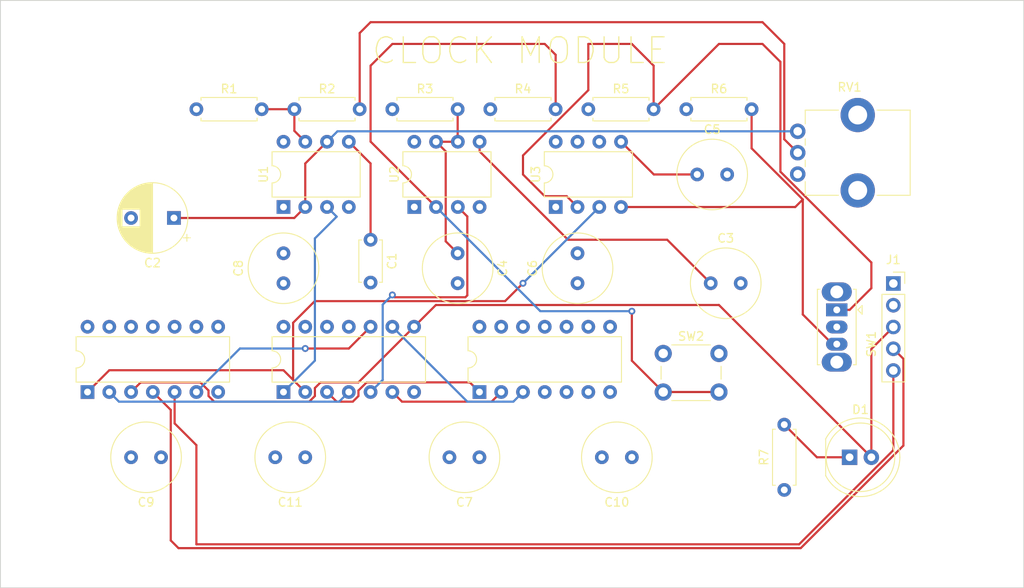
<source format=kicad_pcb>
(kicad_pcb (version 20221018) (generator pcbnew)
  (layers (0 "F.Cu" signal) (1 "In1.Cu" power "In1.Gnd") (2 "In2.Cu" power "In2.VCC") (31 "B.Cu" signal) (34 "B.Paste" user) (35 "F.Paste" user) (36 "B.SilkS" user "B.Silkscreen") (37 "F.SilkS" user "F.Silkscreen") (38 "B.Mask" user) (39 "F.Mask" user) (44 "Edge.Cuts" user))
  (net 0 "")
  (net 1 "GND")
  (net 2 "+5V")
  (net 3 "Net-(U1-CV)")
  (net 4 "Net-(U1-THR)")
  (net 5 "Net-(U2-CV)")
  (net 6 "Net-(U2-DIS)")
  (net 7 "Net-(U3-CV)")
  (net 8 "Net-(D1-K)")
  (net 9 "CLK")
  (net 10 "!CLK")
  (net 11 "HLT")
  (net 12 "Net-(U1-DIS)")
  (net 13 "Net-(R2-Pad2)")
  (net 14 "Net-(U2-TR)")
  (net 15 "Net-(SW1-A)")
  (net 16 "Net-(SW1-C)")
  (net 18 "Net-(U1-Q)")
  (net 19 "Net-(U2-Q)")
  (net 20 "Net-(U3-Q)")
  (net 22 "Net-(U4-Pad2)")
  (net 23 "Net-(U4-Pad6)")
  (net 30 "Net-(U5-Pad3)")
  (net 31 "Net-(U5-Pad6)")
  (net 32 "Net-(U5-Pad9)")
  (footprint "Button_Switch_THT:SW_PUSH_6mm_H7.3mm" (layer "F.Cu") (at 153.52 92.02)
    (fp_text reference "SW2" (at 3.25 -2) (layer "F.SilkS"))
    (fp_text value "SW_DIP_x01")
    (pad "1" thru_hole circle (at 0 0 90) (size 2 2) (drill 1.1) (layers "*.Cu" "*.Mask") (net 1 "GND"))
    (pad "1" thru_hole circle (at 6.5 0 90) (size 2 2) (drill 1.1) (layers "*.Cu" "*.Mask") (net 1 "GND"))
    (pad "2" thru_hole circle (at 0 4.5 90) (size 2 2) (drill 1.1) (layers "*.Cu" "*.Mask") (net 14 "Net-(U2-TR)"))
    (pad "2" thru_hole circle (at 6.5 4.5 90) (size 2 2) (drill 1.1) (layers "*.Cu" "*.Mask") (net 14 "Net-(U2-TR)"))
  )
  (footprint "LED_THT:LED_D8.0mm" (layer "F.Cu") (at 175.26 104.14)
    (fp_text reference "D1" (at 1.27 -5.56) (layer "F.SilkS"))
    (fp_text value "BLUE")
    (pad "1" thru_hole rect (at 0 0) (size 1.8 1.8) (drill 0.9) (layers "*.Cu" "*.Mask") (net 8 "Net-(D1-K)"))
    (pad "2" thru_hole circle (at 2.54 0) (size 1.8 1.8) (drill 0.9) (layers "*.Cu" "*.Mask") (net 9 "CLK"))
  )
  (footprint "Resistor_THT:R_Axial_DIN0207_L6.3mm_D2.5mm_P7.62mm_Horizontal" (layer "F.Cu") (at 99.06 63.5)
    (fp_text reference "R1" (at 3.81 -2.37) (layer "F.SilkS"))
    (fp_text value "1k")
    (pad "1" thru_hole circle (at 0 0) (size 1.6 1.6) (drill 0.8) (layers "*.Cu" "*.Mask") (net 2 "+5V"))
    (pad "2" thru_hole oval (at 7.62 0) (size 1.6 1.6) (drill 0.8) (layers "*.Cu" "*.Mask") (net 12 "Net-(U1-DIS)"))
  )
  (footprint "Package_DIP:DIP-8_W7.62mm" (layer "F.Cu") (at 109.22 74.92 90)
    (fp_text reference "U1" (at 3.81 -2.33 90) (layer "F.SilkS"))
    (fp_text value "ICM7555xP")
    (pad "1" thru_hole rect (at 0 0 90) (size 1.6 1.6) (drill 0.8) (layers "*.Cu" "*.Mask") (net 1 "GND"))
    (pad "2" thru_hole oval (at 0 2.54 90) (size 1.6 1.6) (drill 0.8) (layers "*.Cu" "*.Mask") (net 4 "Net-(U1-THR)"))
    (pad "3" thru_hole oval (at 0 5.08 90) (size 1.6 1.6) (drill 0.8) (layers "*.Cu" "*.Mask") (net 18 "Net-(U1-Q)"))
    (pad "4" thru_hole oval (at 0 7.62 90) (size 1.6 1.6) (drill 0.8) (layers "*.Cu" "*.Mask") (net 2 "+5V"))
    (pad "5" thru_hole oval (at 7.62 7.62 90) (size 1.6 1.6) (drill 0.8) (layers "*.Cu" "*.Mask") (net 3 "Net-(U1-CV)"))
    (pad "6" thru_hole oval (at 7.62 5.08 90) (size 1.6 1.6) (drill 0.8) (layers "*.Cu" "*.Mask") (net 4 "Net-(U1-THR)"))
    (pad "7" thru_hole oval (at 7.62 2.54 90) (size 1.6 1.6) (drill 0.8) (layers "*.Cu" "*.Mask") (net 12 "Net-(U1-DIS)"))
    (pad "8" thru_hole oval (at 7.62 0 90) (size 1.6 1.6) (drill 0.8) (layers "*.Cu" "*.Mask") (net 2 "+5V"))
  )
  (footprint "Capacitor_THT:C_Radial_D8.0mm_H7.0mm_P3.50mm" (layer "F.Cu") (at 132.08 104.14 180)
    (fp_text reference "C7" (at 1.75 -5.25) (layer "F.SilkS"))
    (fp_text value "100n")
    (pad "1" thru_hole circle (at 0 0 180) (size 1.6 1.6) (drill 0.8) (layers "*.Cu" "*.Mask") (net 2 "+5V"))
    (pad "2" thru_hole circle (at 3.5 0 180) (size 1.6 1.6) (drill 0.8) (layers "*.Cu" "*.Mask") (net 1 "GND"))
  )
  (footprint "Capacitor_THT:C_Radial_D8.0mm_H7.0mm_P3.50mm" (layer "F.Cu") (at 157.48 71.12)
    (fp_text reference "C5" (at 1.75 -5.25) (layer "F.SilkS"))
    (fp_text value "100n")
    (pad "1" thru_hole circle (at 0 0) (size 1.6 1.6) (drill 0.8) (layers "*.Cu" "*.Mask") (net 7 "Net-(U3-CV)"))
    (pad "2" thru_hole circle (at 3.5 0) (size 1.6 1.6) (drill 0.8) (layers "*.Cu" "*.Mask") (net 1 "GND"))
  )
  (footprint "Capacitor_THT:CP_Radial_D8.0mm_P5.00mm" (layer "F.Cu") (at 96.44 76.2 180)
    (fp_text reference "C2" (at 2.5 -5.25) (layer "F.SilkS"))
    (fp_text value "1u")
    (pad "1" thru_hole rect (at 0 0 180) (size 1.6 1.6) (drill 0.8) (layers "*.Cu" "*.Mask") (net 4 "Net-(U1-THR)"))
    (pad "2" thru_hole circle (at 5 0 180) (size 1.6 1.6) (drill 0.8) (layers "*.Cu" "*.Mask") (net 1 "GND"))
  )
  (footprint "Capacitor_THT:C_Radial_D8.0mm_H7.0mm_P3.50mm" (layer "F.Cu") (at 129.54 80.32 -90)
    (fp_text reference "C4" (at 1.75 -5.25 90) (layer "F.SilkS"))
    (fp_text value "100n")
    (pad "1" thru_hole circle (at 0 0 270) (size 1.6 1.6) (drill 0.8) (layers "*.Cu" "*.Mask") (net 6 "Net-(U2-DIS)"))
    (pad "2" thru_hole circle (at 3.5 0 270) (size 1.6 1.6) (drill 0.8) (layers "*.Cu" "*.Mask") (net 1 "GND"))
  )
  (footprint "Capacitor_THT:C_Radial_D8.0mm_H7.0mm_P3.50mm" (layer "F.Cu") (at 159.06 83.82)
    (fp_text reference "C3" (at 1.75 -5.25) (layer "F.SilkS"))
    (fp_text value "10n")
    (pad "1" thru_hole circle (at 0 0) (size 1.6 1.6) (drill 0.8) (layers "*.Cu" "*.Mask") (net 5 "Net-(U2-CV)"))
    (pad "2" thru_hole circle (at 3.5 0) (size 1.6 1.6) (drill 0.8) (layers "*.Cu" "*.Mask") (net 1 "GND"))
  )
  (footprint "Capacitor_THT:C_Radial_D8.0mm_H7.0mm_P3.50mm" (layer "F.Cu") (at 149.86 104.14 180)
    (fp_text reference "C10" (at 1.75 -5.25) (layer "F.SilkS"))
    (fp_text value "100n")
    (pad "1" thru_hole circle (at 0 0 180) (size 1.6 1.6) (drill 0.8) (layers "*.Cu" "*.Mask") (net 1 "GND"))
    (pad "2" thru_hole circle (at 3.5 0 180) (size 1.6 1.6) (drill 0.8) (layers "*.Cu" "*.Mask") (net 2 "+5V"))
  )
  (footprint "MountingHole:MountingHole_2mm" (layer "F.Cu") (at 81.28 114.3)
    (fp_text reference "REF**" hide)
    (fp_text value "MountingHole_2mm" hide)
    (pad "" np_thru_hole circle (at 0 0) (size 2 2) (drill 2) (layers "*.Cu" "*.Mask"))
  )
  (footprint "Potentiometer_THT:Potentiometer_Bourns_PTV09A-1_Single_Vertical" (layer "F.Cu") (at 169.21 71.08)
    (fp_text reference "RV1" (at 6.05 -10.15) (layer "F.SilkS"))
    (fp_text value "R_Potentiometer")
    (pad "" np_thru_hole circle (at 7 -6.9) (size 4 4) (drill 2.2) (layers "F&B.Cu" "*.Mask"))
    (pad "" np_thru_hole circle (at 7 1.9) (size 4 4) (drill 2.2) (layers "F&B.Cu" "*.Mask"))
    (pad "1" thru_hole circle (at 0 0) (size 1.8 1.8) (drill 1) (layers "*.Cu" "*.Mask"))
    (pad "2" thru_hole circle (at 0 -2.5) (size 1.8 1.8) (drill 1) (layers "*.Cu" "*.Mask") (net 13 "Net-(R2-Pad2)"))
    (pad "3" thru_hole circle (at 0 -5) (size 1.8 1.8) (drill 1) (layers "*.Cu" "*.Mask") (net 4 "Net-(U1-THR)"))
  )
  (footprint "Button_Switch_THT:SW_Slide_1P2T_CK_OS102011MS2Q" (layer "F.Cu") (at 173.765 86.93 -90)
    (fp_text reference "SW1" (at 3.99 -4.035 90) (layer "F.SilkS"))
    (fp_text value "SW_SPDT")
    (pad "" thru_hole oval (at -2.1 0 270) (size 2.2 3.5) (drill 1.5) (layers "*.Cu" "*.Mask"))
    (pad "" thru_hole oval (at 6.1 0 270) (size 2.2 3.5) (drill 1.5) (layers "*.Cu" "*.Mask"))
    (pad "1" thru_hole rect (at 0 0 270) (size 1.5 2.5) (drill 0.8) (layers "*.Cu" "*.Mask") (net 15 "Net-(SW1-A)"))
    (pad "2" thru_hole oval (at 2 0 270) (size 1.5 2.5) (drill 0.8) (layers "*.Cu" "*.Mask") (net 1 "GND"))
    (pad "3" thru_hole oval (at 4 0 270) (size 1.5 2.5) (drill 0.8) (layers "*.Cu" "*.Mask") (net 16 "Net-(SW1-C)"))
  )
  (footprint "MountingHole:MountingHole_2mm" (layer "F.Cu") (at 190.5 55.88)
    (fp_text reference "REF**" hide)
    (fp_text value "MountingHole_2mm" hide)
    (pad "" np_thru_hole circle (at 0 0) (size 2 2) (drill 2) (layers "*.Cu" "*.Mask"))
  )
  (footprint "Capacitor_THT:C_Radial_D8.0mm_H7.0mm_P3.50mm" (layer "F.Cu") (at 143.52 83.82 90)
    (fp_text reference "C6" (at 1.75 -5.25 90) (layer "F.SilkS"))
    (fp_text value "100n")
    (pad "1" thru_hole circle (at 0 0 90) (size 1.6 1.6) (drill 0.8) (layers "*.Cu" "*.Mask") (net 2 "+5V"))
    (pad "2" thru_hole circle (at 3.5 0 90) (size 1.6 1.6) (drill 0.8) (layers "*.Cu" "*.Mask") (net 1 "GND"))
  )
  (footprint "Resistor_THT:R_Axial_DIN0207_L6.3mm_D2.5mm_P7.62mm_Horizontal" (layer "F.Cu") (at 121.92 63.5)
    (fp_text reference "R3" (at 3.81 -2.37) (layer "F.SilkS"))
    (fp_text value "1M")
    (pad "1" thru_hole circle (at 0 0) (size 1.6 1.6) (drill 0.8) (layers "*.Cu" "*.Mask") (net 2 "+5V"))
    (pad "2" thru_hole oval (at 7.62 0) (size 1.6 1.6) (drill 0.8) (layers "*.Cu" "*.Mask") (net 6 "Net-(U2-DIS)"))
  )
  (footprint "Package_DIP:DIP-14_W7.62mm" (layer "F.Cu") (at 109.22 96.52 90)
    (fp_text reference "U5" hide)
    (fp_text value "74LS08")
    (pad "1" thru_hole rect (at 0 0 90) (size 1.6 1.6) (drill 0.8) (layers "*.Cu" "*.Mask") (net 18 "Net-(U1-Q)"))
    (pad "2" thru_hole oval (at 0 2.54 90) (size 1.6 1.6) (drill 0.8) (layers "*.Cu" "*.Mask") (net 20 "Net-(U3-Q)"))
    (pad "3" thru_hole oval (at 0 5.08 90) (size 1.6 1.6) (drill 0.8) (layers "*.Cu" "*.Mask") (net 30 "Net-(U5-Pad3)"))
    (pad "4" thru_hole oval (at 0 7.62 90) (size 1.6 1.6) (drill 0.8) (layers "*.Cu" "*.Mask") (net 22 "Net-(U4-Pad2)"))
    (pad "5" thru_hole oval (at 0 10.16 90) (size 1.6 1.6) (drill 0.8) (layers "*.Cu" "*.Mask") (net 19 "Net-(U2-Q)"))
    (pad "6" thru_hole oval (at 0 12.7 90) (size 1.6 1.6) (drill 0.8) (layers "*.Cu" "*.Mask") (net 31 "Net-(U5-Pad6)"))
    (pad "7" thru_hole oval (at 0 15.24 90) (size 1.6 1.6) (drill 0.8) (layers "*.Cu" "*.Mask") (net 1 "GND"))
    (pad "8" thru_hole oval (at 7.62 15.24 90) (size 1.6 1.6) (drill 0.8) (layers "*.Cu" "*.Mask") (net 9 "CLK"))
    (pad "9" thru_hole oval (at 7.62 12.7 90) (size 1.6 1.6) (drill 0.8) (layers "*.Cu" "*.Mask") (net 32 "Net-(U5-Pad9)"))
    (pad "10" thru_hole oval (at 7.62 10.16 90) (size 1.6 1.6) (drill 0.8) (layers "*.Cu" "*.Mask") (net 23 "Net-(U4-Pad6)"))
    (pad "11" thru_hole oval (at 7.62 7.62 90) (size 1.6 1.6) (drill 0.8) (layers "*.Cu" "*.Mask"))
    (pad "12" thru_hole oval (at 7.62 5.08 90) (size 1.6 1.6) (drill 0.8) (layers "*.Cu" "*.Mask"))
    (pad "13" thru_hole oval (at 7.62 2.54 90) (size 1.6 1.6) (drill 0.8) (layers "*.Cu" "*.Mask"))
    (pad "14" thru_hole oval (at 7.62 0 90) (size 1.6 1.6) (drill 0.8) (layers "*.Cu" "*.Mask") (net 2 "+5V"))
  )
  (footprint "Resistor_THT:R_Axial_DIN0207_L6.3mm_D2.5mm_P7.62mm_Horizontal" (layer "F.Cu") (at 156.21 63.5)
    (fp_text reference "R6" (at 3.81 -2.37) (layer "F.SilkS"))
    (fp_text value "1k")
    (pad "1" thru_hole circle (at 0 0) (size 1.6 1.6) (drill 0.8) (layers "*.Cu" "*.Mask") (net 2 "+5V"))
    (pad "2" thru_hole oval (at 7.62 0) (size 1.6 1.6) (drill 0.8) (layers "*.Cu" "*.Mask") (net 16 "Net-(SW1-C)"))
  )
  (footprint "MountingHole:MountingHole_2mm" (layer "F.Cu") (at 190.5 114.3)
    (fp_text reference "REF**" hide)
    (fp_text value "MountingHole_2mm" hide)
    (pad "" np_thru_hole circle (at 0 0) (size 2 2) (drill 2) (layers "*.Cu" "*.Mask"))
  )
  (footprint "Capacitor_THT:C_Radial_D8.0mm_H7.0mm_P3.50mm" (layer "F.Cu") (at 94.94 104.14 180)
    (fp_text reference "C9" (at 1.75 -5.25) (layer "F.SilkS"))
    (fp_text value "100n")
    (pad "1" thru_hole circle (at 0 0 180) (size 1.6 1.6) (drill 0.8) (layers "*.Cu" "*.Mask") (net 1 "GND"))
    (pad "2" thru_hole circle (at 3.5 0 180) (size 1.6 1.6) (drill 0.8) (layers "*.Cu" "*.Mask") (net 2 "+5V"))
  )
  (footprint "Resistor_THT:R_Axial_DIN0207_L6.3mm_D2.5mm_P7.62mm_Horizontal" (layer "F.Cu") (at 144.78 63.5)
    (fp_text reference "R5" (at 3.81 -2.37) (layer "F.SilkS"))
    (fp_text value "1k")
    (pad "1" thru_hole circle (at 0 0) (size 1.6 1.6) (drill 0.8) (layers "*.Cu" "*.Mask") (net 2 "+5V"))
    (pad "2" thru_hole oval (at 7.62 0) (size 1.6 1.6) (drill 0.8) (layers "*.Cu" "*.Mask") (net 15 "Net-(SW1-A)"))
  )
  (footprint "Resistor_THT:R_Axial_DIN0207_L6.3mm_D2.5mm_P7.62mm_Horizontal" (layer "F.Cu") (at 133.35 63.5)
    (fp_text reference "R4" (at 3.81 -2.37) (layer "F.SilkS"))
    (fp_text value "1k")
    (pad "1" thru_hole circle (at 0 0) (size 1.6 1.6) (drill 0.8) (layers "*.Cu" "*.Mask") (net 2 "+5V"))
    (pad "2" thru_hole oval (at 7.62 0) (size 1.6 1.6) (drill 0.8) (layers "*.Cu" "*.Mask") (net 14 "Net-(U2-TR)"))
  )
  (footprint "Package_DIP:DIP-8_W7.62mm" (layer "F.Cu") (at 140.98 74.92 90)
    (fp_text reference "U3" (at 3.81 -2.33 90) (layer "F.SilkS"))
    (fp_text value "ICM7555xP")
    (pad "1" thru_hole rect (at 0 0 90) (size 1.6 1.6) (drill 0.8) (layers "*.Cu" "*.Mask") (net 1 "GND"))
    (pad "2" thru_hole oval (at 0 2.54 90) (size 1.6 1.6) (drill 0.8) (layers "*.Cu" "*.Mask") (net 15 "Net-(SW1-A)"))
    (pad "3" thru_hole oval (at 0 5.08 90) (size 1.6 1.6) (drill 0.8) (layers "*.Cu" "*.Mask") (net 20 "Net-(U3-Q)"))
    (pad "4" thru_hole oval (at 0 7.62 90) (size 1.6 1.6) (drill 0.8) (layers "*.Cu" "*.Mask") (net 16 "Net-(SW1-C)"))
    (pad "5" thru_hole oval (at 7.62 7.62 90) (size 1.6 1.6) (drill 0.8) (layers "*.Cu" "*.Mask") (net 7 "Net-(U3-CV)"))
    (pad "6" thru_hole oval (at 7.62 5.08 90) (size 1.6 1.6) (drill 0.8) (layers "*.Cu" "*.Mask") (net 1 "GND"))
    (pad "7" thru_hole oval (at 7.62 2.54 90) (size 1.6 1.6) (drill 0.8) (layers "*.Cu" "*.Mask"))
    (pad "8" thru_hole oval (at 7.62 0 90) (size 1.6 1.6) (drill 0.8) (layers "*.Cu" "*.Mask") (net 2 "+5V"))
  )
  (footprint "Capacitor_THT:C_Disc_D4.7mm_W2.5mm_P5.00mm" (layer "F.Cu") (at 119.38 78.74 -90)
    (fp_text reference "C1" (at 2.5 -2.5 90) (layer "F.SilkS"))
    (fp_text value "10n")
    (pad "1" thru_hole circle (at 0 0 270) (size 1.6 1.6) (drill 0.8) (layers "*.Cu" "*.Mask") (net 3 "Net-(U1-CV)"))
    (pad "2" thru_hole circle (at 5 0 270) (size 1.6 1.6) (drill 0.8) (layers "*.Cu" "*.Mask") (net 1 "GND"))
  )
  (footprint "Capacitor_THT:C_Radial_D8.0mm_H7.0mm_P3.50mm" (layer "F.Cu") (at 109.22 83.82 90)
    (fp_text reference "C8" (at 1.75 -5.25 90) (layer "F.SilkS"))
    (fp_text value "100n")
    (pad "1" thru_hole circle (at 0 0 90) (size 1.6 1.6) (drill 0.8) (layers "*.Cu" "*.Mask") (net 2 "+5V"))
    (pad "2" thru_hole circle (at 3.5 0 90) (size 1.6 1.6) (drill 0.8) (layers "*.Cu" "*.Mask") (net 1 "GND"))
  )
  (footprint "Resistor_THT:R_Axial_DIN0207_L6.3mm_D2.5mm_P7.62mm_Horizontal" (layer "F.Cu") (at 167.64 107.95 90)
    (fp_text reference "R7" (at 3.81 -2.37 90) (layer "F.SilkS"))
    (fp_text value "220")
    (pad "1" thru_hole circle (at 0 0 90) (size 1.6 1.6) (drill 0.8) (layers "*.Cu" "*.Mask") (net 1 "GND"))
    (pad "2" thru_hole oval (at 7.62 0 90) (size 1.6 1.6) (drill 0.8) (layers "*.Cu" "*.Mask") (net 8 "Net-(D1-K)"))
  )
  (footprint "Connector_PinSocket_2.54mm:PinSocket_1x05_P2.54mm_Vertical" (layer "F.Cu") (at 180.365 83.85)
    (fp_text reference "J1" (at 0 -2.77) (layer "F.SilkS"))
    (fp_text value "Conn_01x05_Pin" hide)
    (pad "1" thru_hole rect (at 0 0) (size 1.7 1.7) (drill 1) (layers "*.Cu" "*.Mask") (net 2 "+5V"))
    (pad "2" thru_hole oval (at 0 2.54) (size 1.7 1.7) (drill 1) (layers "*.Cu" "*.Mask") (net 1 "GND"))
    (pad "3" thru_hole oval (at 0 5.08) (size 1.7 1.7) (drill 1) (layers "*.Cu" "*.Mask") (net 9 "CLK"))
    (pad "4" thru_hole oval (at 0 7.62) (size 1.7 1.7) (drill 1) (layers "*.Cu" "*.Mask") (net 10 "!CLK"))
    (pad "5" thru_hole oval (at 0 10.16) (size 1.7 1.7) (drill 1) (layers "*.Cu" "*.Mask") (net 11 "HLT"))
  )
  (footprint "Resistor_THT:R_Axial_DIN0207_L6.3mm_D2.5mm_P7.62mm_Horizontal" (layer "F.Cu") (at 110.49 63.5)
    (fp_text reference "R2" (at 3.81 -2.37) (layer "F.SilkS"))
    (fp_text value "1k")
    (pad "1" thru_hole circle (at 0 0) (size 1.6 1.6) (drill 0.8) (layers "*.Cu" "*.Mask") (net 12 "Net-(U1-DIS)"))
    (pad "2" thru_hole oval (at 7.62 0) (size 1.6 1.6) (drill 0.8) (layers "*.Cu" "*.Mask") (net 13 "Net-(R2-Pad2)"))
  )
  (footprint "Package_DIP:DIP-14_W7.62mm" (layer "F.Cu") (at 132.08 96.52 90)
    (fp_text reference "U6" hide)
    (fp_text value "74LS32")
    (pad "1" thru_hole rect (at 0 0 90) (size 1.6 1.6) (drill 0.8) (layers "*.Cu" "*.Mask") (net 30 "Net-(U5-Pad3)"))
    (pad "2" thru_hole oval (at 0 2.54 90) (size 1.6 1.6) (drill 0.8) (layers "*.Cu" "*.Mask") (net 31 "Net-(U5-Pad6)"))
    (pad "3" thru_hole oval (at 0 5.08 90) (size 1.6 1.6) (drill 0.8) (layers "*.Cu" "*.Mask") (net 32 "Net-(U5-Pad9)"))
    (pad "4" thru_hole oval (at 0 7.62 90) (size 1.6 1.6) (drill 0.8) (layers "*.Cu" "*.Mask"))
    (pad "5" thru_hole oval (at 0 10.16 90) (size 1.6 1.6) (drill 0.8) (layers "*.Cu" "*.Mask"))
    (pad "6" thru_hole oval (at 0 12.7 90) (size 1.6 1.6) (drill 0.8) (layers "*.Cu" "*.Mask"))
    (pad "7" thru_hole oval (at 0 15.24 90) (size 1.6 1.6) (drill 0.8) (layers "*.Cu" "*.Mask") (net 1 "GND"))
    (pad "8" thru_hole oval (at 7.62 15.24 90) (size 1.6 1.6) (drill 0.8) (layers "*.Cu" "*.Mask"))
    (pad "9" thru_hole oval (at 7.62 12.7 90) (size 1.6 1.6) (drill 0.8) (layers "*.Cu" "*.Mask"))
    (pad "10" thru_hole oval (at 7.62 10.16 90) (size 1.6 1.6) (drill 0.8) (layers "*.Cu" "*.Mask"))
    (pad "11" thru_hole oval (at 7.62 7.62 90) (size 1.6 1.6) (drill 0.8) (layers "*.Cu" "*.Mask"))
    (pad "12" thru_hole oval (at 7.62 5.08 90) (size 1.6 1.6) (drill 0.8) (layers "*.Cu" "*.Mask"))
    (pad "13" thru_hole oval (at 7.62 2.54 90) (size 1.6 1.6) (drill 0.8) (layers "*.Cu" "*.Mask"))
    (pad "14" thru_hole oval (at 7.62 0 90) (size 1.6 1.6) (drill 0.8) (layers "*.Cu" "*.Mask") (net 2 "+5V"))
  )
  (footprint "Capacitor_THT:C_Radial_D8.0mm_H7.0mm_P3.50mm" (layer "F.Cu") (at 111.76 104.14 180)
    (fp_text reference "C11" (at 1.75 -5.25) (layer "F.SilkS"))
    (fp_text value "100n")
    (pad "1" thru_hole circle (at 0 0 180) (size 1.6 1.6) (drill 0.8) (layers "*.Cu" "*.Mask") (net 1 "GND"))
    (pad "2" thru_hole circle (at 3.5 0 180) (size 1.6 1.6) (drill 0.8) (layers "*.Cu" "*.Mask") (net 2 "+5V"))
  )
  (footprint "Package_DIP:DIP-8_W7.62mm" (layer "F.Cu") (at 124.48 74.92 90)
    (fp_text reference "U2" (at 3.81 -2.33 90) (layer "F.SilkS"))
    (fp_text value "ICM7555xP")
    (pad "1" thru_hole rect (at 0 0 90) (size 1.6 1.6) (drill 0.8) (layers "*.Cu" "*.Mask") (net 1 "GND"))
    (pad "2" thru_hole oval (at 0 2.54 90) (size 1.6 1.6) (drill 0.8) (layers "*.Cu" "*.Mask") (net 14 "Net-(U2-TR)"))
    (pad "3" thru_hole oval (at 0 5.08 90) (size 1.6 1.6) (drill 0.8) (layers "*.Cu" "*.Mask") (net 19 "Net-(U2-Q)"))
    (pad "4" thru_hole oval (at 0 7.62 90) (size 1.6 1.6) (drill 0.8) (layers "*.Cu" "*.Mask") (net 2 "+5V"))
    (pad "5" thru_hole oval (at 7.62 7.62 90) (size 1.6 1.6) (drill 0.8) (layers "*.Cu" "*.Mask") (net 5 "Net-(U2-CV)"))
    (pad "6" thru_hole oval (at 7.62 5.08 90) (size 1.6 1.6) (drill 0.8) (layers "*.Cu" "*.Mask") (net 6 "Net-(U2-DIS)"))
    (pad "7" thru_hole oval (at 7.62 2.54 90) (size 1.6 1.6) (drill 0.8) (layers "*.Cu" "*.Mask") (net 6 "Net-(U2-DIS)"))
    (pad "8" thru_hole oval (at 7.62 0 90) (size 1.6 1.6) (drill 0.8) (layers "*.Cu" "*.Mask") (net 2 "+5V"))
  )
  (footprint "MountingHole:MountingHole_2mm" (layer "F.Cu") (at 81.28 55.88)
    (fp_text reference "REF***" hide)
    (fp_text value "MountingHole_2mm" hide)
    (pad "" np_thru_hole circle (at 0 0) (size 2 2) (drill 2) (layers "*.Cu" "*.Mask"))
  )
  (footprint "Package_DIP:DIP-14_W7.62mm" (layer "F.Cu") (at 86.36 96.52 90)
    (fp_text reference "U4" hide)
    (fp_text value "74LS04")
    (pad "1" thru_hole rect (at 0 0 90) (size 1.6 1.6) (drill 0.8) (layers "*.Cu" "*.Mask") (net 20 "Net-(U3-Q)"))
    (pad "2" thru_hole oval (at 0 2.54 90) (size 1.6 1.6) (drill 0.8) (layers "*.Cu" "*.Mask") (net 22 "Net-(U4-Pad2)"))
    (pad "3" thru_hole oval (at 0 5.08 90) (size 1.6 1.6) (drill 0.8) (layers "*.Cu" "*.Mask") (net 9 "CLK"))
    (pad "4" thru_hole oval (at 0 7.62 90) (size 1.6 1.6) (drill 0.8) (layers "*.Cu" "*.Mask") (net 10 "!CLK"))
    (pad "5" thru_hole oval (at 0 10.16 90) (size 1.6 1.6) (drill 0.8) (layers "*.Cu" "*.Mask") (net 11 "HLT"))
    (pad "6" thru_hole oval (at 0 12.7 90) (size 1.6 1.6) (drill 0.8) (layers "*.Cu" "*.Mask") (net 23 "Net-(U4-Pad6)"))
    (pad "7" thru_hole oval (at 0 15.24 90) (size 1.6 1.6) (drill 0.8) (layers "*.Cu" "*.Mask") (net 1 "GND"))
    (pad "8" thru_hole oval (at 7.62 15.24 90) (size 1.6 1.6) (drill 0.8) (layers "*.Cu" "*.Mask"))
    (pad "9" thru_hole oval (at 7.62 12.7 90) (size 1.6 1.6) (drill 0.8) (layers "*.Cu" "*.Mask"))
    (pad "10" thru_hole oval (at 7.62 10.16 90) (size 1.6 1.6) (drill 0.8) (layers "*.Cu" "*.Mask"))
    (pad "11" thru_hole oval (at 7.62 7.62 90) (size 1.6 1.6) (drill 0.8) (layers "*.Cu" "*.Mask"))
    (pad "12" thru_hole oval (at 7.62 5.08 90) (size 1.6 1.6) (drill 0.8) (layers "*.Cu" "*.Mask"))
    (pad "13" thru_hole oval (at 7.62 2.54 90) (size 1.6 1.6) (drill 0.8) (layers "*.Cu" "*.Mask"))
    (pad "14" thru_hole oval (at 7.62 0 90) (size 1.6 1.6) (drill 0.8) (layers "*.Cu" "*.Mask") (net 2 "+5V"))
  )
  (gr_rect (start 76.2 50.8) (end 195.58 119.38) (stroke (width 0.1)) (fill none) (layer "Edge.Cuts"))
  (gr_text "CLOCK MODULE" (at 119.38 58.42) (layer "F.SilkS") (effects (font (size 3 3)) (justify left bottom)))
  (segment (start 119.38 69.84) (end 116.84 67.3) (width 0.25) (layer "F.Cu") (net 3))
  (segment (start 119.38 78.74) (end 119.38 69.84) (width 0.25) (layer "F.Cu") (net 3))
  (segment (start 111.76 69.84) (end 114.3 67.3) (width 0.25) (layer "F.Cu") (net 4))
  (segment (start 96.44 76.2) (end 110.48 76.2) (width 0.25) (layer "F.Cu") (net 4))
  (segment (start 111.76 74.92) (end 111.76 69.84) (width 0.25) (layer "F.Cu") (net 4))
  (segment (start 110.48 76.2) (end 111.76 74.92) (width 0.25) (layer "F.Cu") (net 4))
  (segment (start 115.52 66.08) (end 114.3 67.3) (width 0.25) (layer "B.Cu") (net 4))
  (segment (start 169.21 66.08) (end 115.52 66.08) (width 0.25) (layer "B.Cu") (net 4))
  (segment (start 142.40863 78.74) (end 153.98 78.74) (width 0.25) (layer "F.Cu") (net 5))
  (segment (start 132.1 67.3) (end 132.1 68.43137) (width 0.25) (layer "F.Cu") (net 5))
  (segment (start 132.1 68.43137) (end 142.40863 78.74) (width 0.25) (layer "F.Cu") (net 5))
  (segment (start 153.98 78.74) (end 159.06 83.82) (width 0.25) (layer "F.Cu") (net 5))
  (segment (start 129.54 80.32) (end 128.145 78.925) (width 0.25) (layer "F.Cu") (net 6))
  (segment (start 129.54 67.28) (end 129.56 67.3) (width 0.25) (layer "F.Cu") (net 6))
  (segment (start 128.145 78.925) (end 128.145 68.425) (width 0.25) (layer "F.Cu") (net 6))
  (segment (start 128.145 68.425) (end 127.02 67.3) (width 0.25) (layer "F.Cu") (net 6))
  (segment (start 129.56 67.3) (end 127.02 67.3) (width 0.25) (layer "F.Cu") (net 6))
  (segment (start 129.54 63.5) (end 129.54 67.28) (width 0.25) (layer "F.Cu") (net 6))
  (segment (start 157.48 71.12) (end 152.42 71.12) (width 0.25) (layer "F.Cu") (net 7))
  (segment (start 152.42 71.12) (end 148.6 67.3) (width 0.25) (layer "F.Cu") (net 7))
  (segment (start 175.26 104.14) (end 171.45 104.14) (width 0.25) (layer "F.Cu") (net 8))
  (segment (start 171.45 104.14) (end 167.64 100.33) (width 0.25) (layer "F.Cu") (net 8))
  (segment (start 117.965 95.395) (end 113.544009 95.395) (width 0.25) (layer "F.Cu") (net 9))
  (segment (start 112.225991 97.645) (end 101.134009 97.645) (width 0.25) (layer "F.Cu") (net 9))
  (segment (start 100.475 96.985991) (end 100.475 96.344009) (width 0.25) (layer "F.Cu") (net 9))
  (segment (start 160.02 86.36) (end 127 86.36) (width 0.25) (layer "F.Cu") (net 9))
  (segment (start 177.8 91.495) (end 180.365 88.93) (width 0.25) (layer "F.Cu") (net 9))
  (segment (start 124.46 88.9) (end 117.965 95.395) (width 0.25) (layer "F.Cu") (net 9))
  (segment (start 100.475 96.344009) (end 99.525991 95.395) (width 0.25) (layer "F.Cu") (net 9))
  (segment (start 112.885 96.985991) (end 112.225991 97.645) (width 0.25) (layer "F.Cu") (net 9))
  (segment (start 112.885 96.054009) (end 112.885 96.985991) (width 0.25) (layer "F.Cu") (net 9))
  (segment (start 101.134009 97.645) (end 100.475 96.985991) (width 0.25) (layer "F.Cu") (net 9))
  (segment (start 127 86.36) (end 124.46 88.9) (width 0.25) (layer "F.Cu") (net 9))
  (segment (start 92.565 95.395) (end 91.44 96.52) (width 0.25) (layer "F.Cu") (net 9))
  (segment (start 177.8 104.14) (end 177.8 91.495) (width 0.25) (layer "F.Cu") (net 9))
  (segment (start 99.525991 95.395) (end 92.565 95.395) (width 0.25) (layer "F.Cu") (net 9))
  (segment (start 177.8 104.14) (end 160.02 86.36) (width 0.25) (layer "F.Cu") (net 9))
  (segment (start 113.544009 95.395) (end 112.885 96.054009) (width 0.25) (layer "F.Cu") (net 9))
  (segment (start 181.54 92.645) (end 181.54 102.768808) (width 0.25) (layer "F.Cu") (net 10))
  (segment (start 96.07 113.85) (end 96.07 98.61) (width 0.25) (layer "F.Cu") (net 10))
  (segment (start 96.97 114.75) (end 96.07 113.85) (width 0.25) (layer "F.Cu") (net 10))
  (segment (start 169.558808 114.75) (end 96.97 114.75) (width 0.25) (layer "F.Cu") (net 10))
  (segment (start 180.365 91.47) (end 181.54 92.645) (width 0.25) (layer "F.Cu") (net 10))
  (segment (start 181.54 102.768808) (end 169.558808 114.75) (width 0.25) (layer "F.Cu") (net 10))
  (segment (start 96.07 98.61) (end 93.98 96.52) (width 0.25) (layer "F.Cu") (net 10))
  (segment (start 96.52 100.185) (end 96.52 96.52) (width 0.25) (layer "F.Cu") (net 11))
  (segment (start 180.365 94.01) (end 180.365 103.307412) (width 0.25) (layer "F.Cu") (net 11))
  (segment (start 99.06 102.725) (end 96.52 100.185) (width 0.25) (layer "F.Cu") (net 11))
  (segment (start 169.372412 114.3) (end 99.06 114.3) (width 0.25) (layer "F.Cu") (net 11))
  (segment (start 180.365 103.307412) (end 169.372412 114.3) (width 0.25) (layer "F.Cu") (net 11))
  (segment (start 99.06 114.3) (end 99.06 102.725) (width 0.25) (layer "F.Cu") (net 11))
  (segment (start 110.49 63.5) (end 110.49 66.03) (width 0.25) (layer "F.Cu") (net 12))
  (segment (start 106.68 63.5) (end 110.49 63.5) (width 0.25) (layer "F.Cu") (net 12))
  (segment (start 110.49 66.03) (end 111.76 67.3) (width 0.25) (layer "F.Cu") (net 12))
  (segment (start 118.11 54.61) (end 119.38 53.34) (width 0.25) (layer "F.Cu") (net 13))
  (segment (start 167.64 67.01) (end 169.21 68.58) (width 0.25) (layer "F.Cu") (net 13))
  (segment (start 118.11 63.5) (end 118.11 54.61) (width 0.25) (layer "F.Cu") (net 13))
  (segment (start 167.64 55.88) (end 167.64 67.01) (width 0.25) (layer "F.Cu") (net 13))
  (segment (start 119.38 53.34) (end 165.1 53.34) (width 0.25) (layer "F.Cu") (net 13))
  (segment (start 165.1 53.34) (end 167.64 55.88) (width 0.25) (layer "F.Cu") (net 13))
  (segment (start 149.86 92.86) (end 149.86 87.0845) (width 0.25) (layer "F.Cu") (net 14))
  (segment (start 160.02 96.52) (end 153.52 96.52) (width 0.25) (layer "F.Cu") (net 14))
  (segment (start 153.52 96.52) (end 149.86 92.86) (width 0.25) (layer "F.Cu") (net 14))
  (segment (start 121.92 55.88) (end 119.38 58.42) (width 0.25) (layer "F.Cu") (net 14))
  (segment (start 140.97 57.15) (end 139.7 55.88) (width 0.25) (layer "F.Cu") (net 14))
  (segment (start 119.38 58.42) (end 119.38 67.28) (width 0.25) (layer "F.Cu") (net 14))
  (segment (start 140.97 63.5) (end 140.97 57.15) (width 0.25) (layer "F.Cu") (net 14))
  (segment (start 119.38 67.28) (end 127.02 74.92) (width 0.25) (layer "F.Cu") (net 14))
  (segment (start 139.7 55.88) (end 121.92 55.88) (width 0.25) (layer "F.Cu") (net 14))
  (via (at 149.86 87.0845) (size 0.8) (drill 0.4) (layers "F.Cu" "B.Cu") (net 14))
  (segment (start 149.86 87.0845) (end 139.1845 87.0845) (width 0.25) (layer "B.Cu") (net 14))
  (segment (start 139.1845 87.0845) (end 127.02 74.92) (width 0.25) (layer "B.Cu") (net 14))
  (segment (start 144.78 55.88) (end 144.78 61.280991) (width 0.25) (layer "F.Cu") (net 15))
  (segment (start 137.16 71.12) (end 139.7 73.66) (width 0.25) (layer "F.Cu") (net 15))
  (segment (start 177.8 84.395) (end 175.265 86.93) (width 0.25) (layer "F.Cu") (net 15))
  (segment (start 167.19 70.792412) (end 177.8 81.402412) (width 0.25) (layer "F.Cu") (net 15))
  (segment (start 152.4 58.42) (end 149.86 55.88) (width 0.25) (layer "F.Cu") (net 15))
  (segment (start 175.265 86.93) (end 173.765 86.93) (width 0.25) (layer "F.Cu") (net 15))
  (segment (start 139.7 73.66) (end 142.26 73.66) (width 0.25) (layer "F.Cu") (net 15))
  (segment (start 149.86 55.88) (end 144.78 55.88) (width 0.25) (layer "F.Cu") (net 15))
  (segment (start 152.4 63.5) (end 152.4 58.42) (width 0.25) (layer "F.Cu") (net 15))
  (segment (start 152.4 63.5) (end 160.02 55.88) (width 0.25) (layer "F.Cu") (net 15))
  (segment (start 144.78 61.280991) (end 137.16 68.900991) (width 0.25) (layer "F.Cu") (net 15))
  (segment (start 167.19 57.97) (end 167.19 70.792412) (width 0.25) (layer "F.Cu") (net 15))
  (segment (start 165.1 55.88) (end 167.19 57.97) (width 0.25) (layer "F.Cu") (net 15))
  (segment (start 177.8 81.402412) (end 177.8 84.395) (width 0.25) (layer "F.Cu") (net 15))
  (segment (start 137.16 68.900991) (end 137.16 71.12) (width 0.25) (layer "F.Cu") (net 15))
  (segment (start 142.26 73.66) (end 143.52 74.92) (width 0.25) (layer "F.Cu") (net 15))
  (segment (start 160.02 55.88) (end 165.1 55.88) (width 0.25) (layer "F.Cu") (net 15))
  (segment (start 163.83 63.5) (end 163.83 68.068808) (width 0.25) (layer "F.Cu") (net 16))
  (segment (start 163.83 68.068808) (end 169.800596 74.039404) (width 0.25) (layer "F.Cu") (net 16))
  (segment (start 148.6 74.92) (end 168.92 74.92) (width 0.25) (layer "F.Cu") (net 16))
  (segment (start 169.800596 87.465596) (end 173.265 90.93) (width 0.25) (layer "F.Cu") (net 16))
  (segment (start 173.265 90.93) (end 173.765 90.93) (width 0.25) (layer "F.Cu") (net 16))
  (segment (start 169.800596 74.039404) (end 169.800596 87.465596) (width 0.25) (layer "F.Cu") (net 16))
  (segment (start 168.92 74.92) (end 169.800596 74.039404) (width 0.25) (layer "F.Cu") (net 16))
  (segment (start 115.425 76.045) (end 112.885 78.585) (width 0.25) (layer "B.Cu") (net 18))
  (segment (start 114.3 74.92) (end 115.425 76.045) (width 0.25) (layer "B.Cu") (net 18))
  (segment (start 112.885 92.855) (end 109.22 96.52) (width 0.25) (layer "B.Cu") (net 18))
  (segment (start 112.885 78.585) (end 112.885 92.855) (width 0.25) (layer "B.Cu") (net 18))
  (segment (start 130.665 85.235) (end 130.44 85.46) (width 0.25) (layer "F.Cu") (net 19))
  (segment (start 129.56 74.92) (end 130.665 76.025) (width 0.25) (layer "F.Cu") (net 19))
  (segment (start 122.1945 85.46) (end 121.92 85.1855) (width 0.25) (layer "F.Cu") (net 19))
  (segment (start 130.665 76.025) (end 130.665 85.235) (width 0.25) (layer "F.Cu") (net 19))
  (segment (start 130.44 85.46) (end 122.1945 85.46) (width 0.25) (layer "F.Cu") (net 19))
  (via (at 121.92 85.1855) (size 0.8) (drill 0.4) (layers "F.Cu" "B.Cu") (net 19))
  (segment (start 121.92 85.1855) (end 120.795 86.3105) (width 0.25) (layer "B.Cu") (net 19))
  (segment (start 120.795 95.105) (end 119.38 96.52) (width 0.25) (layer "B.Cu") (net 19))
  (segment (start 120.795 86.3105) (end 120.795 95.105) (width 0.25) (layer "B.Cu") (net 19))
  (segment (start 86.36 96.52) (end 88.9 93.98) (width 0.25) (layer "F.Cu") (net 20))
  (segment (start 135.07 85.91) (end 112.869009 85.91) (width 0.25) (layer "F.Cu") (net 20))
  (segment (start 112.869009 85.91) (end 110.345 88.434009) (width 0.25) (layer "F.Cu") (net 20))
  (segment (start 109.22 93.98) (end 110.345 95.105) (width 0.25) (layer "F.Cu") (net 20))
  (segment (start 137.16 83.82) (end 135.07 85.91) (width 0.25) (layer "F.Cu") (net 20))
  (segment (start 110.345 88.434009) (end 110.345 95.105) (width 0.25) (layer "F.Cu") (net 20))
  (segment (start 110.345 95.105) (end 111.76 96.52) (width 0.25) (layer "F.Cu") (net 20))
  (segment (start 88.9 93.98) (end 109.22 93.98) (width 0.25) (layer "F.Cu") (net 20))
  (via (at 137.16 83.82) (size 0.8) (drill 0.4) (layers "F.Cu" "B.Cu") (net 20))
  (segment (start 146.06 74.92) (end 137.16 83.82) (width 0.25) (layer "B.Cu") (net 20))
  (segment (start 88.9 96.52) (end 90.025 97.645) (width 0.25) (layer "B.Cu") (net 22))
  (segment (start 90.025 97.645) (end 115.715 97.645) (width 0.25) (layer "B.Cu") (net 22))
  (segment (start 115.715 97.645) (end 116.84 96.52) (width 0.25) (layer "B.Cu") (net 22))
  (segment (start 116.84 91.44) (end 119.38 88.9) (width 0.25) (layer "F.Cu") (net 23))
  (segment (start 111.76 91.44) (end 116.84 91.44) (width 0.25) (layer "F.Cu") (net 23))
  (via (at 111.76 91.44) (size 0.8) (drill 0.4) (layers "F.Cu" "B.Cu") (net 23))
  (segment (start 99.06 96.52) (end 104.14 91.44) (width 0.25) (layer "B.Cu") (net 23))
  (segment (start 104.14 91.44) (end 111.76 91.44) (width 0.25) (layer "B.Cu") (net 23))
  (segment (start 117.965 96.344009) (end 117.965 96.985991) (width 0.25) (layer "F.Cu") (net 30))
  (segment (start 115.425 97.645) (end 114.3 96.52) (width 0.25) (layer "F.Cu") (net 30))
  (segment (start 118.914009 95.395) (end 117.965 96.344009) (width 0.25) (layer "F.Cu") (net 30))
  (segment (start 132.08 96.52) (end 130.955 95.395) (width 0.25) (layer "F.Cu") (net 30))
  (segment (start 130.955 95.395) (end 118.914009 95.395) (width 0.25) (layer "F.Cu") (net 30))
  (segment (start 117.305991 97.645) (end 115.425 97.645) (width 0.25) (layer "F.Cu") (net 30))
  (segment (start 117.965 96.985991) (end 117.305991 97.645) (width 0.25) (layer "F.Cu") (net 30))
  (segment (start 133.495 97.645) (end 134.62 96.52) (width 0.25) (layer "F.Cu") (net 31))
  (segment (start 123.045 97.645) (end 133.495 97.645) (width 0.25) (layer "F.Cu") (net 31))
  (segment (start 121.92 96.52) (end 123.045 97.645) (width 0.25) (layer "F.Cu") (net 31))
  (segment (start 121.92 88.9) (end 130.665 97.645) (width 0.25) (layer "B.Cu") (net 32))
  (segment (start 136.035 97.645) (end 137.16 96.52) (width 0.25) (layer "B.Cu") (net 32))
  (segment (start 130.665 97.645) (end 136.035 97.645) (width 0.25) (layer "B.Cu") (net 32))
)
</source>
